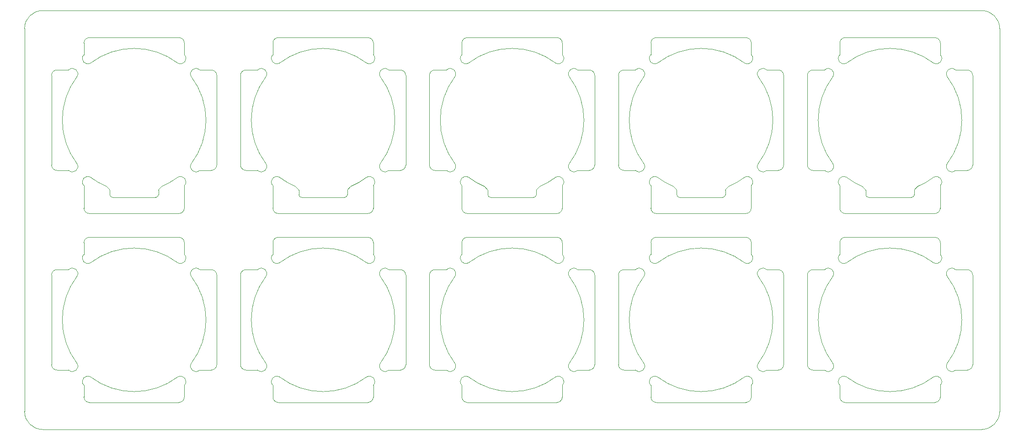
<source format=gbr>
%TF.GenerationSoftware,KiCad,Pcbnew,8.0.2-1*%
%TF.CreationDate,2025-04-11T08:57:21-07:00*%
%TF.ProjectId,Small_Pendant,536d616c-6c5f-4506-956e-64616e742e6b,rev?*%
%TF.SameCoordinates,Original*%
%TF.FileFunction,Profile,NP*%
%FSLAX46Y46*%
G04 Gerber Fmt 4.6, Leading zero omitted, Abs format (unit mm)*
G04 Created by KiCad (PCBNEW 8.0.2-1) date 2025-04-11 08:57:21*
%MOMM*%
%LPD*%
G01*
G04 APERTURE LIST*
%TA.AperFunction,Profile*%
%ADD10C,0.050000*%
%TD*%
G04 APERTURE END LIST*
D10*
X169406638Y-85047779D02*
G75*
G02*
X169406638Y-68952221I10593362J8047779D01*
G01*
X175500000Y-53800000D02*
X175500000Y-52980978D01*
X174890723Y-52286659D02*
G75*
G02*
X175078874Y-52491538I-90823J-272241D01*
G01*
X184500000Y-52980978D02*
G75*
G02*
X184610541Y-52802061I200100J-22D01*
G01*
X169406638Y-48047779D02*
G75*
G02*
X169406638Y-31952221I10593362J8047779D01*
G01*
X176000000Y-54300000D02*
G75*
G02*
X175500000Y-53800000I0J500000D01*
G01*
X176000000Y-54300000D02*
X184000000Y-54300000D01*
X188049612Y-50595775D02*
G75*
G02*
X185109277Y-52286659I-8049612J10595775D01*
G01*
X171952221Y-66406638D02*
G75*
G02*
X188047779Y-66406638I8047779J-10593362D01*
G01*
X175389443Y-52802093D02*
G75*
G02*
X175500019Y-52980978I-89443J-178907D01*
G01*
X184500000Y-52980978D02*
X184500000Y-53800000D01*
X175389443Y-52802093D02*
G75*
G02*
X175078894Y-52491531I310657J621193D01*
G01*
X171952221Y-29406638D02*
G75*
G02*
X188047779Y-29406638I8047779J-10593362D01*
G01*
X190593362Y-68952221D02*
G75*
G02*
X190593362Y-85047779I-10593362J-8047779D01*
G01*
X184921115Y-52491535D02*
G75*
G02*
X185109273Y-52286648I278985J-67365D01*
G01*
X184500000Y-53800000D02*
G75*
G02*
X184000000Y-54300000I-500000J0D01*
G01*
X184921115Y-52491535D02*
G75*
G02*
X184610561Y-52802102I-621015J310435D01*
G01*
X190593362Y-31952221D02*
G75*
G02*
X190593362Y-48047779I-10593362J-8047779D01*
G01*
X188047779Y-87593362D02*
G75*
G02*
X171952221Y-87593362I-8047779J10593362D01*
G01*
X174890723Y-52286659D02*
G75*
G02*
X171950388Y-50595775I5109277J12286659D01*
G01*
X134406638Y-85047779D02*
G75*
G02*
X134406638Y-68952221I10593362J8047779D01*
G01*
X140500000Y-53800000D02*
X140500000Y-52980978D01*
X139890723Y-52286659D02*
G75*
G02*
X140078874Y-52491538I-90823J-272241D01*
G01*
X149500000Y-52980978D02*
G75*
G02*
X149610541Y-52802061I200100J-22D01*
G01*
X134406638Y-48047779D02*
G75*
G02*
X134406638Y-31952221I10593362J8047779D01*
G01*
X141000000Y-54300000D02*
G75*
G02*
X140500000Y-53800000I0J500000D01*
G01*
X141000000Y-54300000D02*
X149000000Y-54300000D01*
X153049612Y-50595775D02*
G75*
G02*
X150109277Y-52286659I-8049612J10595775D01*
G01*
X136952221Y-66406638D02*
G75*
G02*
X153047779Y-66406638I8047779J-10593362D01*
G01*
X140389443Y-52802093D02*
G75*
G02*
X140500019Y-52980978I-89443J-178907D01*
G01*
X149500000Y-52980978D02*
X149500000Y-53800000D01*
X140389443Y-52802093D02*
G75*
G02*
X140078894Y-52491531I310657J621193D01*
G01*
X136952221Y-29406638D02*
G75*
G02*
X153047779Y-29406638I8047779J-10593362D01*
G01*
X155593362Y-68952221D02*
G75*
G02*
X155593362Y-85047779I-10593362J-8047779D01*
G01*
X149921115Y-52491535D02*
G75*
G02*
X150109273Y-52286648I278985J-67365D01*
G01*
X149500000Y-53800000D02*
G75*
G02*
X149000000Y-54300000I-500000J0D01*
G01*
X149921115Y-52491535D02*
G75*
G02*
X149610561Y-52802102I-621015J310435D01*
G01*
X155593362Y-31952221D02*
G75*
G02*
X155593362Y-48047779I-10593362J-8047779D01*
G01*
X153047779Y-87593362D02*
G75*
G02*
X136952221Y-87593362I-8047779J10593362D01*
G01*
X139890723Y-52286659D02*
G75*
G02*
X136950388Y-50595775I5109277J12286659D01*
G01*
X99406638Y-85047779D02*
G75*
G02*
X99406638Y-68952221I10593362J8047779D01*
G01*
X105500000Y-53800000D02*
X105500000Y-52980978D01*
X104890723Y-52286659D02*
G75*
G02*
X105078874Y-52491538I-90823J-272241D01*
G01*
X114500000Y-52980978D02*
G75*
G02*
X114610541Y-52802061I200100J-22D01*
G01*
X99406638Y-48047779D02*
G75*
G02*
X99406638Y-31952221I10593362J8047779D01*
G01*
X106000000Y-54300000D02*
G75*
G02*
X105500000Y-53800000I0J500000D01*
G01*
X106000000Y-54300000D02*
X114000000Y-54300000D01*
X118049612Y-50595775D02*
G75*
G02*
X115109277Y-52286659I-8049612J10595775D01*
G01*
X101952221Y-66406638D02*
G75*
G02*
X118047779Y-66406638I8047779J-10593362D01*
G01*
X105389443Y-52802093D02*
G75*
G02*
X105500019Y-52980978I-89443J-178907D01*
G01*
X114500000Y-52980978D02*
X114500000Y-53800000D01*
X105389443Y-52802093D02*
G75*
G02*
X105078894Y-52491531I310657J621193D01*
G01*
X101952221Y-29406638D02*
G75*
G02*
X118047779Y-29406638I8047779J-10593362D01*
G01*
X120593362Y-68952221D02*
G75*
G02*
X120593362Y-85047779I-10593362J-8047779D01*
G01*
X114921115Y-52491535D02*
G75*
G02*
X115109273Y-52286648I278985J-67365D01*
G01*
X114500000Y-53800000D02*
G75*
G02*
X114000000Y-54300000I-500000J0D01*
G01*
X114921115Y-52491535D02*
G75*
G02*
X114610561Y-52802102I-621015J310435D01*
G01*
X120593362Y-31952221D02*
G75*
G02*
X120593362Y-48047779I-10593362J-8047779D01*
G01*
X118047779Y-87593362D02*
G75*
G02*
X101952221Y-87593362I-8047779J10593362D01*
G01*
X104890723Y-52286659D02*
G75*
G02*
X101950388Y-50595775I5109277J12286659D01*
G01*
X64406638Y-85047779D02*
G75*
G02*
X64406638Y-68952221I10593362J8047779D01*
G01*
X70500000Y-53800000D02*
X70500000Y-52980978D01*
X69890723Y-52286659D02*
G75*
G02*
X70078874Y-52491538I-90823J-272241D01*
G01*
X79500000Y-52980978D02*
G75*
G02*
X79610541Y-52802061I200100J-22D01*
G01*
X64406638Y-48047779D02*
G75*
G02*
X64406638Y-31952221I10593362J8047779D01*
G01*
X71000000Y-54300000D02*
G75*
G02*
X70500000Y-53800000I0J500000D01*
G01*
X71000000Y-54300000D02*
X79000000Y-54300000D01*
X83049612Y-50595775D02*
G75*
G02*
X80109277Y-52286659I-8049612J10595775D01*
G01*
X66952221Y-66406638D02*
G75*
G02*
X83047779Y-66406638I8047779J-10593362D01*
G01*
X70389443Y-52802093D02*
G75*
G02*
X70500019Y-52980978I-89443J-178907D01*
G01*
X79500000Y-52980978D02*
X79500000Y-53800000D01*
X70389443Y-52802093D02*
G75*
G02*
X70078894Y-52491531I310657J621193D01*
G01*
X66952221Y-29406638D02*
G75*
G02*
X83047779Y-29406638I8047779J-10593362D01*
G01*
X85593362Y-68952221D02*
G75*
G02*
X85593362Y-85047779I-10593362J-8047779D01*
G01*
X79921115Y-52491535D02*
G75*
G02*
X80109273Y-52286648I278985J-67365D01*
G01*
X79500000Y-53800000D02*
G75*
G02*
X79000000Y-54300000I-500000J0D01*
G01*
X79921115Y-52491535D02*
G75*
G02*
X79610561Y-52802102I-621015J310435D01*
G01*
X85593362Y-31952221D02*
G75*
G02*
X85593362Y-48047779I-10593362J-8047779D01*
G01*
X83047779Y-87593362D02*
G75*
G02*
X66952221Y-87593362I-8047779J10593362D01*
G01*
X69890723Y-52286659D02*
G75*
G02*
X66950388Y-50595775I5109277J12286659D01*
G01*
X29406638Y-85047779D02*
G75*
G02*
X29406638Y-68952221I10593362J8047779D01*
G01*
X35500000Y-53800000D02*
X35500000Y-52980978D01*
X34890723Y-52286659D02*
G75*
G02*
X35078874Y-52491538I-90823J-272241D01*
G01*
X44500000Y-52980978D02*
G75*
G02*
X44610541Y-52802061I200100J-22D01*
G01*
X29406638Y-48047779D02*
G75*
G02*
X29406638Y-31952221I10593362J8047779D01*
G01*
X36000000Y-54300000D02*
G75*
G02*
X35500000Y-53800000I0J500000D01*
G01*
X36000000Y-54300000D02*
X44000000Y-54300000D01*
X48049612Y-50595775D02*
G75*
G02*
X45109277Y-52286659I-8049612J10595775D01*
G01*
X31952221Y-66406638D02*
G75*
G02*
X48047779Y-66406638I8047779J-10593362D01*
G01*
X35389443Y-52802093D02*
G75*
G02*
X35500019Y-52980978I-89443J-178907D01*
G01*
X44500000Y-52980978D02*
X44500000Y-53800000D01*
X35389443Y-52802093D02*
G75*
G02*
X35078894Y-52491531I310657J621193D01*
G01*
X31952221Y-29406638D02*
G75*
G02*
X48047779Y-29406638I8047779J-10593362D01*
G01*
X50593362Y-68952221D02*
G75*
G02*
X50593362Y-85047779I-10593362J-8047779D01*
G01*
X44921115Y-52491535D02*
G75*
G02*
X45109273Y-52286648I278985J-67365D01*
G01*
X44500000Y-53800000D02*
G75*
G02*
X44000000Y-54300000I-500000J0D01*
G01*
X44921115Y-52491535D02*
G75*
G02*
X44610561Y-52802102I-621015J310435D01*
G01*
X50593362Y-31952221D02*
G75*
G02*
X50593362Y-48047779I-10593362J-8047779D01*
G01*
X48047779Y-87593362D02*
G75*
G02*
X31952221Y-87593362I-8047779J10593362D01*
G01*
X34890723Y-52286659D02*
G75*
G02*
X31950388Y-50595775I5109277J12286659D01*
G01*
X84299571Y-64872002D02*
X84298000Y-62700000D01*
X25700000Y-86298000D02*
X27872002Y-86299571D01*
X49298000Y-56300000D02*
G75*
G02*
X48298000Y-57300000I-1000000J0D01*
G01*
X153298000Y-24700000D02*
X136702000Y-24700000D01*
X154298000Y-56300000D02*
G75*
G02*
X153298000Y-57300000I-1000000J0D01*
G01*
X157127998Y-86299571D02*
X159300000Y-86298000D01*
X31702000Y-92300000D02*
X48298000Y-92300000D01*
X59700000Y-31702000D02*
G75*
G02*
X60700000Y-30702000I1000000J0D01*
G01*
X94700000Y-31702000D02*
X94700000Y-48298000D01*
X132872002Y-67700429D02*
X130700000Y-67702000D01*
X119298000Y-56300000D02*
X119299571Y-52127998D01*
X90300000Y-48298000D02*
X90300000Y-31702000D01*
X48298000Y-24700000D02*
G75*
G02*
X49298000Y-25700000I0J-1000000D01*
G01*
X125300000Y-85298000D02*
X125300000Y-68702000D01*
X62872002Y-67700429D02*
X60700000Y-67702000D01*
X48298000Y-24700000D02*
X31702000Y-24700000D01*
X195300000Y-85298000D02*
X195300000Y-68702000D01*
X136702000Y-92300000D02*
G75*
G02*
X135702000Y-91300000I0J1000000D01*
G01*
X159300000Y-67702000D02*
X157127998Y-67700429D01*
X200300000Y-94000000D02*
X200300000Y-23000000D01*
X119299571Y-64872002D02*
X119298000Y-62700000D01*
X171702000Y-92300000D02*
G75*
G02*
X170702000Y-91300000I0J1000000D01*
G01*
X100702000Y-25700000D02*
G75*
G02*
X101702000Y-24700000I1000000J0D01*
G01*
X170702000Y-62700000D02*
G75*
G02*
X171702000Y-61700000I1000000J0D01*
G01*
X197000000Y-19700000D02*
X23000000Y-19700000D01*
X194300000Y-67702000D02*
G75*
G02*
X195300000Y-68702000I0J-1000000D01*
G01*
X130700000Y-86298000D02*
G75*
G02*
X129700000Y-85298000I0J1000000D01*
G01*
X65702000Y-62700000D02*
G75*
G02*
X66702000Y-61700000I1000000J0D01*
G01*
X83298000Y-61700000D02*
X66702000Y-61700000D01*
X65700429Y-52127998D02*
X65702000Y-56300000D01*
X165700000Y-86298000D02*
X167872002Y-86299571D01*
X89300000Y-30702000D02*
G75*
G02*
X90300000Y-31702000I0J-1000000D01*
G01*
X118298000Y-24700000D02*
G75*
G02*
X119298000Y-25700000I0J-1000000D01*
G01*
X94700000Y-68702000D02*
G75*
G02*
X95700000Y-67702000I1000000J0D01*
G01*
X83298000Y-61700000D02*
G75*
G02*
X84298000Y-62700000I0J-1000000D01*
G01*
X160300000Y-85298000D02*
G75*
G02*
X159300000Y-86298000I-1000000J0D01*
G01*
X52127998Y-86299571D02*
X54300000Y-86298000D01*
X194300000Y-30702000D02*
X192127998Y-30700429D01*
X30702000Y-25700000D02*
G75*
G02*
X31702000Y-24700000I1000000J0D01*
G01*
X188298000Y-61700000D02*
X171702000Y-61700000D01*
X55300000Y-85298000D02*
X55300000Y-68702000D01*
X167872002Y-30700429D02*
X165700000Y-30702000D01*
X160300000Y-85298000D02*
X160300000Y-68702000D01*
X30702000Y-62700000D02*
X30700429Y-64872002D01*
X95700000Y-86298000D02*
X97872002Y-86299571D01*
X31702000Y-57300000D02*
X48298000Y-57300000D01*
X136702000Y-57300000D02*
G75*
G02*
X135702000Y-56300000I0J1000000D01*
G01*
X65702000Y-62700000D02*
X65700429Y-64872002D01*
X59700000Y-68702000D02*
G75*
G02*
X60700000Y-67702000I1000000J0D01*
G01*
X124300000Y-67702000D02*
X122127998Y-67700429D01*
X124300000Y-30702000D02*
G75*
G02*
X125300000Y-31702000I0J-1000000D01*
G01*
X129700000Y-68702000D02*
G75*
G02*
X130700000Y-67702000I1000000J0D01*
G01*
X153298000Y-24700000D02*
G75*
G02*
X154298000Y-25700000I0J-1000000D01*
G01*
X119298000Y-56300000D02*
G75*
G02*
X118298000Y-57300000I-1000000J0D01*
G01*
X159300000Y-30702000D02*
G75*
G02*
X160300000Y-31702000I0J-1000000D01*
G01*
X101702000Y-92300000D02*
G75*
G02*
X100702000Y-91300000I0J1000000D01*
G01*
X24700000Y-31702000D02*
G75*
G02*
X25700000Y-30702000I1000000J0D01*
G01*
X60700000Y-49298000D02*
X62872002Y-49299571D01*
X136702000Y-57300000D02*
X153298000Y-57300000D01*
X153298000Y-61700000D02*
G75*
G02*
X154298000Y-62700000I0J-1000000D01*
G01*
X194300000Y-67702000D02*
X192127998Y-67700429D01*
X27872002Y-30700429D02*
X25700000Y-30702000D01*
X84299571Y-27872002D02*
X84298000Y-25700000D01*
X54300000Y-67702000D02*
X52127998Y-67700429D01*
X170700429Y-52127998D02*
X170702000Y-56300000D01*
X87127998Y-49299571D02*
X89300000Y-49298000D01*
X94700000Y-31702000D02*
G75*
G02*
X95700000Y-30702000I1000000J0D01*
G01*
X135702000Y-25700000D02*
X135700429Y-27872002D01*
X122127998Y-86299571D02*
X124300000Y-86298000D01*
X135700429Y-89127998D02*
X135702000Y-91300000D01*
X84298000Y-56300000D02*
G75*
G02*
X83298000Y-57300000I-1000000J0D01*
G01*
X89300000Y-67702000D02*
G75*
G02*
X90300000Y-68702000I0J-1000000D01*
G01*
X59700000Y-68702000D02*
X59700000Y-85298000D01*
X170702000Y-62700000D02*
X170700429Y-64872002D01*
X23000000Y-97300000D02*
G75*
G02*
X19700000Y-94000000I0J3300000D01*
G01*
X159300000Y-30702000D02*
X157127998Y-30700429D01*
X189298000Y-56300000D02*
X189299571Y-52127998D01*
X31702000Y-92300000D02*
G75*
G02*
X30702000Y-91300000I0J1000000D01*
G01*
X95700000Y-49298000D02*
G75*
G02*
X94700000Y-48298000I0J1000000D01*
G01*
X65702000Y-25700000D02*
X65700429Y-27872002D01*
X192127998Y-49299571D02*
X194300000Y-49298000D01*
X129700000Y-31702000D02*
X129700000Y-48298000D01*
X95700000Y-49298000D02*
X97872002Y-49299571D01*
X54300000Y-67702000D02*
G75*
G02*
X55300000Y-68702000I0J-1000000D01*
G01*
X170702000Y-25700000D02*
X170700429Y-27872002D01*
X118298000Y-24700000D02*
X101702000Y-24700000D01*
X171702000Y-57300000D02*
G75*
G02*
X170702000Y-56300000I0J1000000D01*
G01*
X55300000Y-48298000D02*
G75*
G02*
X54300000Y-49298000I-1000000J0D01*
G01*
X48298000Y-61700000D02*
G75*
G02*
X49298000Y-62700000I0J-1000000D01*
G01*
X189298000Y-91300000D02*
G75*
G02*
X188298000Y-92300000I-1000000J0D01*
G01*
X189298000Y-91300000D02*
X189299571Y-89127998D01*
X66702000Y-57300000D02*
G75*
G02*
X65702000Y-56300000I0J1000000D01*
G01*
X27872002Y-67700429D02*
X25700000Y-67702000D01*
X49298000Y-91300000D02*
X49299571Y-89127998D01*
X165700000Y-86298000D02*
G75*
G02*
X164700000Y-85298000I0J1000000D01*
G01*
X84298000Y-91300000D02*
G75*
G02*
X83298000Y-92300000I-1000000J0D01*
G01*
X83298000Y-24700000D02*
X66702000Y-24700000D01*
X30702000Y-62700000D02*
G75*
G02*
X31702000Y-61700000I1000000J0D01*
G01*
X25700000Y-49298000D02*
X27872002Y-49299571D01*
X159300000Y-67702000D02*
G75*
G02*
X160300000Y-68702000I0J-1000000D01*
G01*
X101702000Y-92300000D02*
X118298000Y-92300000D01*
X167872002Y-67700429D02*
X165700000Y-67702000D01*
X124300000Y-67702000D02*
G75*
G02*
X125300000Y-68702000I0J-1000000D01*
G01*
X195300000Y-48298000D02*
G75*
G02*
X194300000Y-49298000I-1000000J0D01*
G01*
X132872002Y-30700429D02*
X130700000Y-30702000D01*
X119299571Y-27872002D02*
X119298000Y-25700000D01*
X23000000Y-97300000D02*
X197000000Y-97300000D01*
X90300000Y-85298000D02*
G75*
G02*
X89300000Y-86298000I-1000000J0D01*
G01*
X192127998Y-86299571D02*
X194300000Y-86298000D01*
X100702000Y-25700000D02*
X100700429Y-27872002D01*
X188298000Y-61700000D02*
G75*
G02*
X189298000Y-62700000I0J-1000000D01*
G01*
X136702000Y-92300000D02*
X153298000Y-92300000D01*
X171702000Y-92300000D02*
X188298000Y-92300000D01*
X87127998Y-86299571D02*
X89300000Y-86298000D01*
X164700000Y-68702000D02*
X164700000Y-85298000D01*
X188298000Y-24700000D02*
X171702000Y-24700000D01*
X60700000Y-86298000D02*
X62872002Y-86299571D01*
X122127998Y-49299571D02*
X124300000Y-49298000D01*
X97872002Y-67700429D02*
X95700000Y-67702000D01*
X194300000Y-30702000D02*
G75*
G02*
X195300000Y-31702000I0J-1000000D01*
G01*
X89300000Y-30702000D02*
X87127998Y-30700429D01*
X84298000Y-56300000D02*
X84299571Y-52127998D01*
X189299571Y-27872002D02*
X189298000Y-25700000D01*
X154298000Y-91300000D02*
X154299571Y-89127998D01*
X19700000Y-23000000D02*
X19700000Y-94000000D01*
X135702000Y-62700000D02*
X135700429Y-64872002D01*
X100702000Y-62700000D02*
X100700429Y-64872002D01*
X197000000Y-19700000D02*
G75*
G02*
X200300000Y-23000000I0J-3300000D01*
G01*
X49299571Y-27872002D02*
X49298000Y-25700000D01*
X60700000Y-49298000D02*
G75*
G02*
X59700000Y-48298000I0J1000000D01*
G01*
X125300000Y-85298000D02*
G75*
G02*
X124300000Y-86298000I-1000000J0D01*
G01*
X49298000Y-56300000D02*
X49299571Y-52127998D01*
X49299571Y-64872002D02*
X49298000Y-62700000D01*
X100700429Y-89127998D02*
X100702000Y-91300000D01*
X164700000Y-31702000D02*
X164700000Y-48298000D01*
X101702000Y-57300000D02*
X118298000Y-57300000D01*
X153298000Y-61700000D02*
X136702000Y-61700000D01*
X25700000Y-86298000D02*
G75*
G02*
X24700000Y-85298000I0J1000000D01*
G01*
X125300000Y-48298000D02*
X125300000Y-31702000D01*
X135702000Y-25700000D02*
G75*
G02*
X136702000Y-24700000I1000000J0D01*
G01*
X154298000Y-56300000D02*
X154299571Y-52127998D01*
X30700429Y-89127998D02*
X30702000Y-91300000D01*
X49298000Y-91300000D02*
G75*
G02*
X48298000Y-92300000I-1000000J0D01*
G01*
X66702000Y-92300000D02*
G75*
G02*
X65702000Y-91300000I0J1000000D01*
G01*
X195300000Y-85298000D02*
G75*
G02*
X194300000Y-86298000I-1000000J0D01*
G01*
X119298000Y-91300000D02*
X119299571Y-89127998D01*
X24700000Y-31702000D02*
X24700000Y-48298000D01*
X195300000Y-48298000D02*
X195300000Y-31702000D01*
X170700429Y-89127998D02*
X170702000Y-91300000D01*
X170702000Y-25700000D02*
G75*
G02*
X171702000Y-24700000I1000000J0D01*
G01*
X30702000Y-25700000D02*
X30700429Y-27872002D01*
X188298000Y-24700000D02*
G75*
G02*
X189298000Y-25700000I0J-1000000D01*
G01*
X125300000Y-48298000D02*
G75*
G02*
X124300000Y-49298000I-1000000J0D01*
G01*
X164700000Y-68702000D02*
G75*
G02*
X165700000Y-67702000I1000000J0D01*
G01*
X135700429Y-52127998D02*
X135702000Y-56300000D01*
X84298000Y-91300000D02*
X84299571Y-89127998D01*
X130700000Y-49298000D02*
G75*
G02*
X129700000Y-48298000I0J1000000D01*
G01*
X100702000Y-62700000D02*
G75*
G02*
X101702000Y-61700000I1000000J0D01*
G01*
X119298000Y-91300000D02*
G75*
G02*
X118298000Y-92300000I-1000000J0D01*
G01*
X130700000Y-86298000D02*
X132872002Y-86299571D01*
X48298000Y-61700000D02*
X31702000Y-61700000D01*
X171702000Y-57300000D02*
X188298000Y-57300000D01*
X60700000Y-86298000D02*
G75*
G02*
X59700000Y-85298000I0J1000000D01*
G01*
X62872002Y-30700429D02*
X60700000Y-30702000D01*
X154298000Y-91300000D02*
G75*
G02*
X153298000Y-92300000I-1000000J0D01*
G01*
X129700000Y-31702000D02*
G75*
G02*
X130700000Y-30702000I1000000J0D01*
G01*
X118298000Y-61700000D02*
X101702000Y-61700000D01*
X118298000Y-61700000D02*
G75*
G02*
X119298000Y-62700000I0J-1000000D01*
G01*
X55300000Y-48298000D02*
X55300000Y-31702000D01*
X89300000Y-67702000D02*
X87127998Y-67700429D01*
X154299571Y-64872002D02*
X154298000Y-62700000D01*
X31702000Y-57300000D02*
G75*
G02*
X30702000Y-56300000I0J1000000D01*
G01*
X94700000Y-68702000D02*
X94700000Y-85298000D01*
X130700000Y-49298000D02*
X132872002Y-49299571D01*
X30700429Y-52127998D02*
X30702000Y-56300000D01*
X55300000Y-85298000D02*
G75*
G02*
X54300000Y-86298000I-1000000J0D01*
G01*
X189298000Y-56300000D02*
G75*
G02*
X188298000Y-57300000I-1000000J0D01*
G01*
X83298000Y-24700000D02*
G75*
G02*
X84298000Y-25700000I0J-1000000D01*
G01*
X129700000Y-68702000D02*
X129700000Y-85298000D01*
X65700429Y-89127998D02*
X65702000Y-91300000D01*
X95700000Y-86298000D02*
G75*
G02*
X94700000Y-85298000I0J1000000D01*
G01*
X124300000Y-30702000D02*
X122127998Y-30700429D01*
X90300000Y-85298000D02*
X90300000Y-68702000D01*
X189299571Y-64872002D02*
X189298000Y-62700000D01*
X135702000Y-62700000D02*
G75*
G02*
X136702000Y-61700000I1000000J0D01*
G01*
X52127998Y-49299571D02*
X54300000Y-49298000D01*
X164700000Y-31702000D02*
G75*
G02*
X165700000Y-30702000I1000000J0D01*
G01*
X66702000Y-57300000D02*
X83298000Y-57300000D01*
X24700000Y-68702000D02*
X24700000Y-85298000D01*
X97872002Y-30700429D02*
X95700000Y-30702000D01*
X25700000Y-49298000D02*
G75*
G02*
X24700000Y-48298000I0J1000000D01*
G01*
X160300000Y-48298000D02*
X160300000Y-31702000D01*
X19700000Y-23000000D02*
G75*
G02*
X23000000Y-19700000I3300000J0D01*
G01*
X154299571Y-27872002D02*
X154298000Y-25700000D01*
X65702000Y-25700000D02*
G75*
G02*
X66702000Y-24700000I1000000J0D01*
G01*
X59700000Y-31702000D02*
X59700000Y-48298000D01*
X200300000Y-94000000D02*
G75*
G02*
X197000000Y-97300000I-3300000J0D01*
G01*
X54300000Y-30702000D02*
G75*
G02*
X55300000Y-31702000I0J-1000000D01*
G01*
X157127998Y-49299571D02*
X159300000Y-49298000D01*
X101702000Y-57300000D02*
G75*
G02*
X100702000Y-56300000I0J1000000D01*
G01*
X66702000Y-92300000D02*
X83298000Y-92300000D01*
X165700000Y-49298000D02*
G75*
G02*
X164700000Y-48298000I0J1000000D01*
G01*
X54300000Y-30702000D02*
X52127998Y-30700429D01*
X165700000Y-49298000D02*
X167872002Y-49299571D01*
X160300000Y-48298000D02*
G75*
G02*
X159300000Y-49298000I-1000000J0D01*
G01*
X100700429Y-52127998D02*
X100702000Y-56300000D01*
X90300000Y-48298000D02*
G75*
G02*
X89300000Y-49298000I-1000000J0D01*
G01*
X24700000Y-68702000D02*
G75*
G02*
X25700000Y-67702000I1000000J0D01*
G01*
%TO.C,mouse-bite-2mm-slot*%
X167872002Y-67700429D02*
G75*
G02*
X169406638Y-68952221I703786J-703783D01*
G01*
X171952221Y-66406637D02*
G75*
G02*
X170700429Y-64872002I-548007J830851D01*
G01*
X169406637Y-85047779D02*
G75*
G02*
X167872002Y-86299571I-830851J-548007D01*
G01*
X170700429Y-89127998D02*
G75*
G02*
X171952221Y-87593362I703783J703786D01*
G01*
X189299571Y-27872002D02*
G75*
G02*
X188047779Y-29406638I-703783J-703786D01*
G01*
X190593363Y-31952221D02*
G75*
G02*
X192127998Y-30700429I830851J548007D01*
G01*
X169406637Y-48047779D02*
G75*
G02*
X167872002Y-49299571I-830851J-548007D01*
G01*
X170700429Y-52127998D02*
G75*
G02*
X171952221Y-50593362I703783J703786D01*
G01*
X188047779Y-50593363D02*
G75*
G02*
X189299571Y-52127998I548007J-830851D01*
G01*
X192127998Y-49299571D02*
G75*
G02*
X190593362Y-48047779I-703786J703783D01*
G01*
X189299571Y-64872002D02*
G75*
G02*
X188047779Y-66406638I-703783J-703786D01*
G01*
X190593363Y-68952221D02*
G75*
G02*
X192127998Y-67700429I830851J548007D01*
G01*
X167872002Y-30700429D02*
G75*
G02*
X169406638Y-31952221I703786J-703783D01*
G01*
X171952221Y-29406637D02*
G75*
G02*
X170700429Y-27872002I-548007J830851D01*
G01*
X188047779Y-87593363D02*
G75*
G02*
X189299571Y-89127998I548007J-830851D01*
G01*
X192127998Y-86299571D02*
G75*
G02*
X190593362Y-85047779I-703786J703783D01*
G01*
X132872002Y-67700429D02*
G75*
G02*
X134406638Y-68952221I703786J-703783D01*
G01*
X136952221Y-66406637D02*
G75*
G02*
X135700429Y-64872002I-548007J830851D01*
G01*
X134406637Y-85047779D02*
G75*
G02*
X132872002Y-86299571I-830851J-548007D01*
G01*
X135700429Y-89127998D02*
G75*
G02*
X136952221Y-87593362I703783J703786D01*
G01*
X154299571Y-27872002D02*
G75*
G02*
X153047779Y-29406638I-703783J-703786D01*
G01*
X155593363Y-31952221D02*
G75*
G02*
X157127998Y-30700429I830851J548007D01*
G01*
X134406637Y-48047779D02*
G75*
G02*
X132872002Y-49299571I-830851J-548007D01*
G01*
X135700429Y-52127998D02*
G75*
G02*
X136952221Y-50593362I703783J703786D01*
G01*
X153047779Y-50593363D02*
G75*
G02*
X154299571Y-52127998I548007J-830851D01*
G01*
X157127998Y-49299571D02*
G75*
G02*
X155593362Y-48047779I-703786J703783D01*
G01*
X154299571Y-64872002D02*
G75*
G02*
X153047779Y-66406638I-703783J-703786D01*
G01*
X155593363Y-68952221D02*
G75*
G02*
X157127998Y-67700429I830851J548007D01*
G01*
X132872002Y-30700429D02*
G75*
G02*
X134406638Y-31952221I703786J-703783D01*
G01*
X136952221Y-29406637D02*
G75*
G02*
X135700429Y-27872002I-548007J830851D01*
G01*
X153047779Y-87593363D02*
G75*
G02*
X154299571Y-89127998I548007J-830851D01*
G01*
X157127998Y-86299571D02*
G75*
G02*
X155593362Y-85047779I-703786J703783D01*
G01*
X97872002Y-67700429D02*
G75*
G02*
X99406638Y-68952221I703786J-703783D01*
G01*
X101952221Y-66406637D02*
G75*
G02*
X100700429Y-64872002I-548007J830851D01*
G01*
X99406637Y-85047779D02*
G75*
G02*
X97872002Y-86299571I-830851J-548007D01*
G01*
X100700429Y-89127998D02*
G75*
G02*
X101952221Y-87593362I703783J703786D01*
G01*
X119299571Y-27872002D02*
G75*
G02*
X118047779Y-29406638I-703783J-703786D01*
G01*
X120593363Y-31952221D02*
G75*
G02*
X122127998Y-30700429I830851J548007D01*
G01*
X99406637Y-48047779D02*
G75*
G02*
X97872002Y-49299571I-830851J-548007D01*
G01*
X100700429Y-52127998D02*
G75*
G02*
X101952221Y-50593362I703783J703786D01*
G01*
X118047779Y-50593363D02*
G75*
G02*
X119299571Y-52127998I548007J-830851D01*
G01*
X122127998Y-49299571D02*
G75*
G02*
X120593362Y-48047779I-703786J703783D01*
G01*
X119299571Y-64872002D02*
G75*
G02*
X118047779Y-66406638I-703783J-703786D01*
G01*
X120593363Y-68952221D02*
G75*
G02*
X122127998Y-67700429I830851J548007D01*
G01*
X97872002Y-30700429D02*
G75*
G02*
X99406638Y-31952221I703786J-703783D01*
G01*
X101952221Y-29406637D02*
G75*
G02*
X100700429Y-27872002I-548007J830851D01*
G01*
X118047779Y-87593363D02*
G75*
G02*
X119299571Y-89127998I548007J-830851D01*
G01*
X122127998Y-86299571D02*
G75*
G02*
X120593362Y-85047779I-703786J703783D01*
G01*
X62872002Y-67700429D02*
G75*
G02*
X64406638Y-68952221I703786J-703783D01*
G01*
X66952221Y-66406637D02*
G75*
G02*
X65700429Y-64872002I-548007J830851D01*
G01*
X64406637Y-85047779D02*
G75*
G02*
X62872002Y-86299571I-830851J-548007D01*
G01*
X65700429Y-89127998D02*
G75*
G02*
X66952221Y-87593362I703783J703786D01*
G01*
X84299571Y-27872002D02*
G75*
G02*
X83047779Y-29406638I-703783J-703786D01*
G01*
X85593363Y-31952221D02*
G75*
G02*
X87127998Y-30700429I830851J548007D01*
G01*
X64406637Y-48047779D02*
G75*
G02*
X62872002Y-49299571I-830851J-548007D01*
G01*
X65700429Y-52127998D02*
G75*
G02*
X66952221Y-50593362I703783J703786D01*
G01*
X83047779Y-50593363D02*
G75*
G02*
X84299571Y-52127998I548007J-830851D01*
G01*
X87127998Y-49299571D02*
G75*
G02*
X85593362Y-48047779I-703786J703783D01*
G01*
X84299571Y-64872002D02*
G75*
G02*
X83047779Y-66406638I-703783J-703786D01*
G01*
X85593363Y-68952221D02*
G75*
G02*
X87127998Y-67700429I830851J548007D01*
G01*
X62872002Y-30700429D02*
G75*
G02*
X64406638Y-31952221I703786J-703783D01*
G01*
X66952221Y-29406637D02*
G75*
G02*
X65700429Y-27872002I-548007J830851D01*
G01*
X83047779Y-87593363D02*
G75*
G02*
X84299571Y-89127998I548007J-830851D01*
G01*
X87127998Y-86299571D02*
G75*
G02*
X85593362Y-85047779I-703786J703783D01*
G01*
X27872002Y-67700429D02*
G75*
G02*
X29406638Y-68952221I703786J-703783D01*
G01*
X31952221Y-66406637D02*
G75*
G02*
X30700429Y-64872002I-548007J830851D01*
G01*
X29406637Y-85047779D02*
G75*
G02*
X27872002Y-86299571I-830851J-548007D01*
G01*
X30700429Y-89127998D02*
G75*
G02*
X31952221Y-87593362I703783J703786D01*
G01*
X49299571Y-27872002D02*
G75*
G02*
X48047779Y-29406638I-703783J-703786D01*
G01*
X50593363Y-31952221D02*
G75*
G02*
X52127998Y-30700429I830851J548007D01*
G01*
X29406637Y-48047779D02*
G75*
G02*
X27872002Y-49299571I-830851J-548007D01*
G01*
X30700429Y-52127998D02*
G75*
G02*
X31952221Y-50593362I703783J703786D01*
G01*
X48047779Y-50593363D02*
G75*
G02*
X49299571Y-52127998I548007J-830851D01*
G01*
X52127998Y-49299571D02*
G75*
G02*
X50593362Y-48047779I-703786J703783D01*
G01*
X49299571Y-64872002D02*
G75*
G02*
X48047779Y-66406638I-703783J-703786D01*
G01*
X50593363Y-68952221D02*
G75*
G02*
X52127998Y-67700429I830851J548007D01*
G01*
X27872002Y-30700429D02*
G75*
G02*
X29406638Y-31952221I703786J-703783D01*
G01*
X31952221Y-29406637D02*
G75*
G02*
X30700429Y-27872002I-548007J830851D01*
G01*
X48047779Y-87593363D02*
G75*
G02*
X49299571Y-89127998I548007J-830851D01*
G01*
X52127998Y-86299571D02*
G75*
G02*
X50593362Y-85047779I-703786J703783D01*
G01*
%TD*%
M02*

</source>
